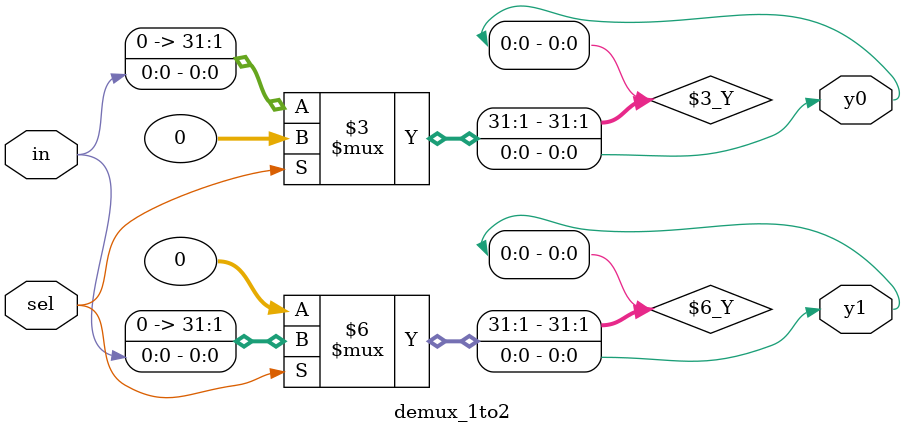
<source format=v>
module demux_1to2 (
    input wire in,
    input wire sel,
    output wire y0,
    output wire y1
);
    // 1-to-2 DEMUX
    assign y0 = (sel == 0) ? in : 0;
    assign y1 = (sel == 1) ? in : 0;
endmodule

</source>
